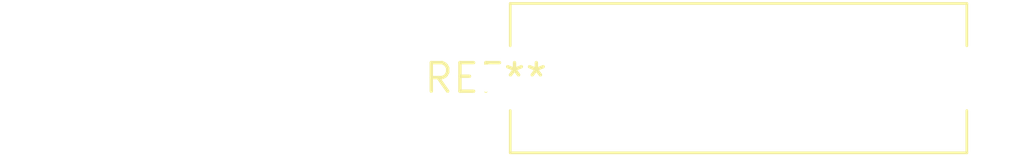
<source format=kicad_pcb>
(kicad_pcb (version 20240108) (generator pcbnew)
  (layers (0 "F.Cu" signal) (31 "B.Cu" signal) (34 "B.Paste" user) (35 "F.Paste" user) (36 "B.SilkS" user "B.Silkscreen") (37 "F.SilkS" user "F.Silkscreen") (38 "B.Mask" user) (39 "F.Mask" user) (44 "Edge.Cuts" user))
  (net 0 "")
  (footprint "R_Axial_Power_L20.0mm_W6.4mm_P22.40mm" (layer "F.Cu") (at 0 0)
    (property "Reference" "REF**")
    (property "Value" "R_Axial_Power_L20.0mm_W6.4mm_P22.40mm")
    (fp_line (start 1.08 -3.32) (end 21.32 -3.32) (layer "F.SilkS") (stroke (width 0.12)))
    (fp_line (start 1.08 -1.44) (end 1.08 -3.32) (layer "F.SilkS") (stroke (width 0.12)))
    (fp_line (start 1.08 1.44) (end 1.08 3.32) (layer "F.SilkS") (stroke (width 0.12)))
    (fp_line (start 1.08 3.32) (end 21.32 3.32) (layer "F.SilkS") (stroke (width 0.12)))
    (fp_line (start 21.32 -3.32) (end 21.32 -1.44) (layer "F.SilkS") (stroke (width 0.12)))
    (fp_line (start 21.32 3.32) (end 21.32 1.44) (layer "F.SilkS") (stroke (width 0.12)))
    (pad "1" thru_hole circle (at 0 0) (size 2.4 2.4) (drill 1.2) (layers *.Cu *.Mask) (remove_unused_layers))
    (pad "2" thru_hole oval (at 22.4 0) (size 2.4 2.4) (drill 1.2) (layers *.Cu *.Mask) (remove_unused_layers))
  )
)
</source>
